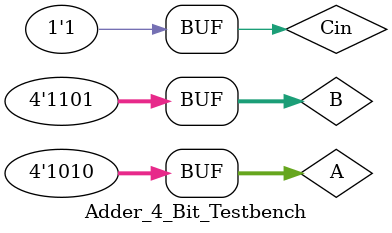
<source format=v>
`timescale 1ns / 1ps


module Adder_4_Bit_Testbench;

	// Inputs
	reg [3:0] A;
	reg [3:0] B;
	reg Cin;

	// Outputs
	wire [3:0] Sum;
	wire Cout;

	// Instantiate the Unit Under Test (UUT)
	Adder_4_Bit uut (
		.A(A), 
		.B(B), 
		.Cin(Cin), 
		.Sum(Sum), 
		.Cout(Cout)
	);

	initial begin
		// Initialize Inputs
		A = 0;
		B = 0;
		Cin = 0;

		// Wait 100 ns for global reset to finish
		//#100;
        
		// Add stimulus here
		A=4'b1000; B=4'b0010; Cin=0; #10
		A=4'b1000; B=4'b1000; Cin=1; #10
		A=4'b0010; B=4'b1000; Cin=0; #10
		A=4'b0001; B=4'b0111; Cin=0; #10
		A=4'b1010; B=4'b1011; Cin=1; #10
		A=4'b1110; B=4'b1111; Cin=1; #10
		A=4'b1010; B=4'b1101; Cin=1; 
	end
endmodule


</source>
